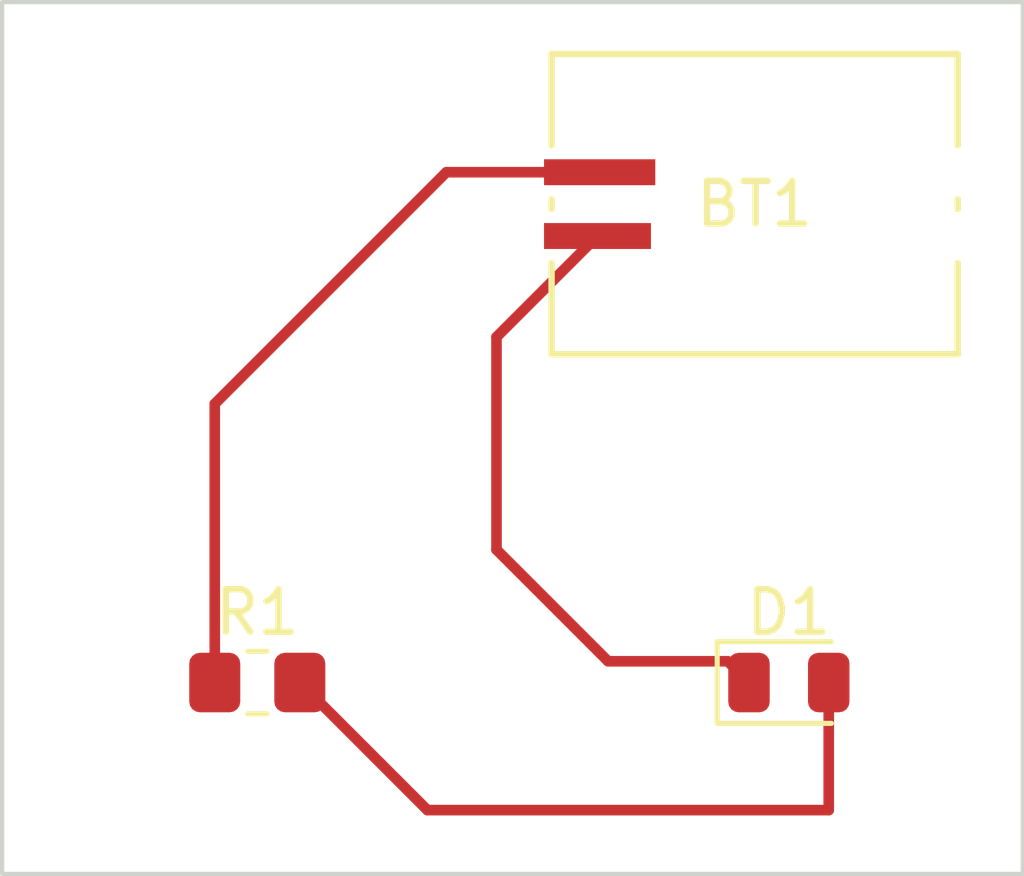
<source format=kicad_pcb>
(kicad_pcb (version 20240108) (generator "pcbnew") (generator_version "8.0")
  (title_block (title "FS_PCB_1.0") (date "2024-10-08") (rev "1.0"))
  (layers (0 "F.Cu" signal) (31 "B.Cu" signal) (34 "B.Paste" user) (35 "F.Paste" user) (36 "B.SilkS" user "B.Silkscreen") (37 "F.SilkS" user "F.Silkscreen") (38 "B.Mask" user) (39 "F.Mask" user) (44 "Edge.Cuts" user))
  (net 0 "")
  (net 1 "Net-(BT1--)")
  (net 2 "Net-(BT1-+)")
  (net 3 "Net-(D1-A)")
  (footprint "LED_SMD:LED_0805_2012Metric" (layer "F.Cu") (at 174 54)
    (property "Reference" "D1" (at 0 -1.65 0) (layer "F.SilkS"))
    (property "Value" "LED")
    (fp_line (start -1.685 -0.96) (end -1.685 0.96) (stroke (width 0.12)) (layer "F.SilkS"))
    (fp_line (start -1.685 0.96) (end 1 0.96) (stroke (width 0.12)) (layer "F.SilkS"))
    (fp_line (start 1 -0.96) (end -1.685 -0.96) (stroke (width 0.12)) (layer "F.SilkS"))
    (pad "1" smd roundrect (at -0.9375 0) (size 0.975 1.4) (layers "F.Cu" "F.Paste" "F.Mask") (net 1 "Net-(BT1--)"))
    (pad "2" smd roundrect (at 0.9375 0) (size 0.975 1.4) (layers "F.Cu" "F.Paste" "F.Mask") (net 3 "Net-(D1-A)"))
  )
  (footprint "FS_3_Global_Footprint_Library:MS621FE-FL11E_SEC" (layer "F.Cu") (at 173.1957 42.749999)
    (property "Reference" "BT1" (at 0 0 0) (layer "F.SilkS"))
    (property "Value" "Battery")
    (fp_line (start -4.7752 -3.5306) (end -4.7752 -1.387541) (stroke (width 0.1524)) (layer "F.SilkS"))
    (fp_line (start -4.7752 -0.112461) (end -4.7752 0.112461) (stroke (width 0.1524)) (layer "F.SilkS"))
    (fp_line (start -4.7752 1.387541) (end -4.7752 3.5306) (stroke (width 0.1524)) (layer "F.SilkS"))
    (fp_line (start -4.7752 3.5306) (end 4.7752 3.5306) (stroke (width 0.1524)) (layer "F.SilkS"))
    (fp_line (start 4.7752 -3.5306) (end -4.7752 -3.5306) (stroke (width 0.1524)) (layer "F.SilkS"))
    (fp_line (start 4.7752 -1.387541) (end 4.7752 -3.5306) (stroke (width 0.1524)) (layer "F.SilkS"))
    (fp_line (start 4.7752 0.112461) (end 4.7752 -0.112461) (stroke (width 0.1524)) (layer "F.SilkS"))
    (fp_line (start 4.7752 3.5306) (end 4.7752 1.387541) (stroke (width 0.1524)) (layer "F.SilkS"))
    (pad "1" smd rect (at -3.6449 -0.750001) (size 2.6162 0.6096) (layers "F.Cu" "F.Paste" "F.Mask") (net 2 "Net-(BT1-+)"))
    (pad "2" smd rect (at -3.6957 0.750001) (size 2.5146 0.6096) (layers "F.Cu" "F.Paste" "F.Mask") (net 1 "Net-(BT1--)"))
  )
  (footprint "Resistor_SMD:R_0805_2012Metric_Pad1.20x1.40mm_HandSolder" (layer "F.Cu") (at 161.5 54)
    (property "Reference" "R1" (at 0 -1.65 0) (layer "F.SilkS"))
    (property "Value" "R")
    (fp_line (start -0.227064 -0.735) (end 0.227064 -0.735) (stroke (width 0.12)) (layer "F.SilkS"))
    (fp_line (start -0.227064 0.735) (end 0.227064 0.735) (stroke (width 0.12)) (layer "F.SilkS"))
    (pad "1" smd roundrect (at -1 0) (size 1.2 1.4) (layers "F.Cu" "F.Paste" "F.Mask") (roundrect_rratio 0.208333) (net 2 "Net-(BT1-+)"))
    (pad "2" smd roundrect (at 1 0) (size 1.2 1.4) (layers "F.Cu" "F.Paste" "F.Mask") (roundrect_rratio 0.208333) (net 3 "Net-(D1-A)"))
  )
  (gr_rect (start 155.5 38) (end 179.5 58.5) (stroke (width 0.1)) (fill none) (layer "Edge.Cuts"))
  (segment (start 173.0625 54) (end 172.5625 53.5) (width 0.25) (layer "F.Cu") (net 1))
  (segment (start 167.125 45.875) (end 169.5 43.5) (width 0.25) (layer "F.Cu") (net 1))
  (segment (start 172.5625 53.5) (end 169.75 53.5) (width 0.25) (layer "F.Cu") (net 1))
  (segment (start 167.125 50.875) (end 167.125 45.875) (width 0.25) (layer "F.Cu") (net 1))
  (segment (start 169.75 53.5) (end 167.125 50.875) (width 0.25) (layer "F.Cu") (net 1))
  (segment (start 160.5 47.446701) (end 165.946703 41.999998) (width 0.25) (layer "F.Cu") (net 2))
  (segment (start 160.5 54) (end 160.5 47.446701) (width 0.25) (layer "F.Cu") (net 2))
  (segment (start 160.5 53.8975) (end 160.5 54) (width 0.25) (layer "F.Cu") (net 2))
  (segment (start 165.946703 41.999998) (end 169.5508 41.999998) (width 0.25) (layer "F.Cu") (net 2))
  (segment (start 174.9375 57) (end 174.9375 54) (width 0.25) (layer "F.Cu") (net 3))
  (segment (start 162.5 54) (end 165.5 57) (width 0.25) (layer "F.Cu") (net 3))
  (segment (start 165.5 57) (end 174.9375 57) (width 0.25) (layer "F.Cu") (net 3))
)
</source>
